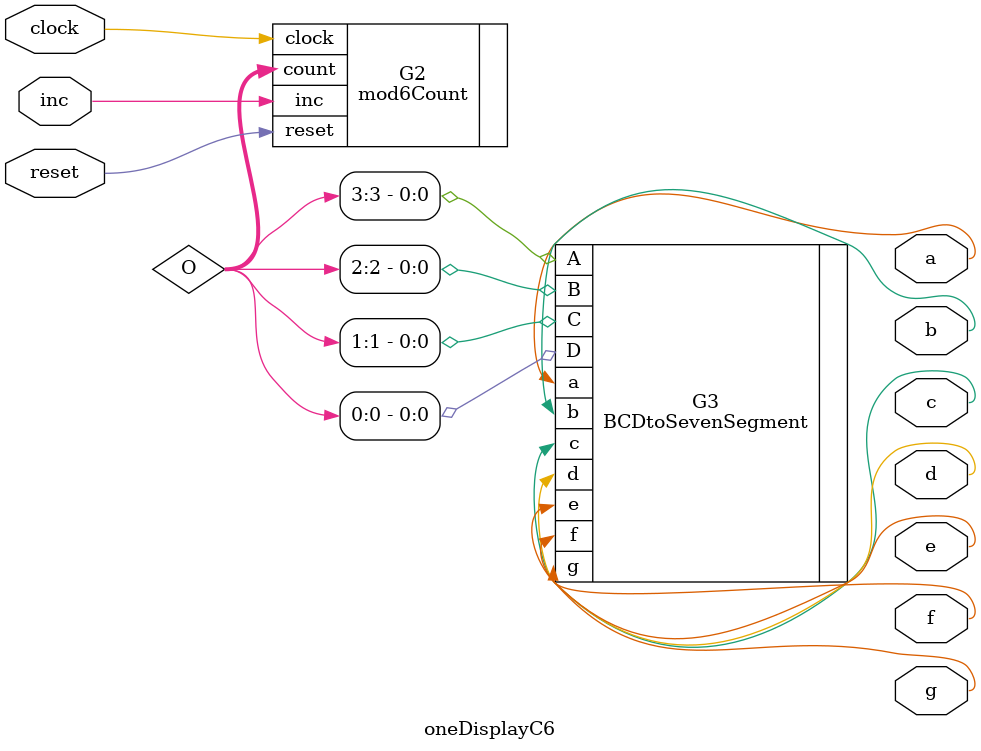
<source format=v>
module oneDisplayC6(clock,inc,reset,a,b,c,d,e,f,g);

input clock,inc,reset;
output a,b,c,d,e,f,g;
wire [3:0]O;
wire ceq9;
// clk_divider G1(.clock(clock), .rst(reset), .clk_out(clockout));

mod6Count G2(.clock(clock),.inc(inc),.reset(reset),.count(O));

BCDtoSevenSegment G3(.A(O[3]),.B(O[2]),.C(O[1]),.D(O[0]),.a(a),.b(b),.c(c),.d(d),.e(e),.f(f),.g(g));

endmodule
</source>
